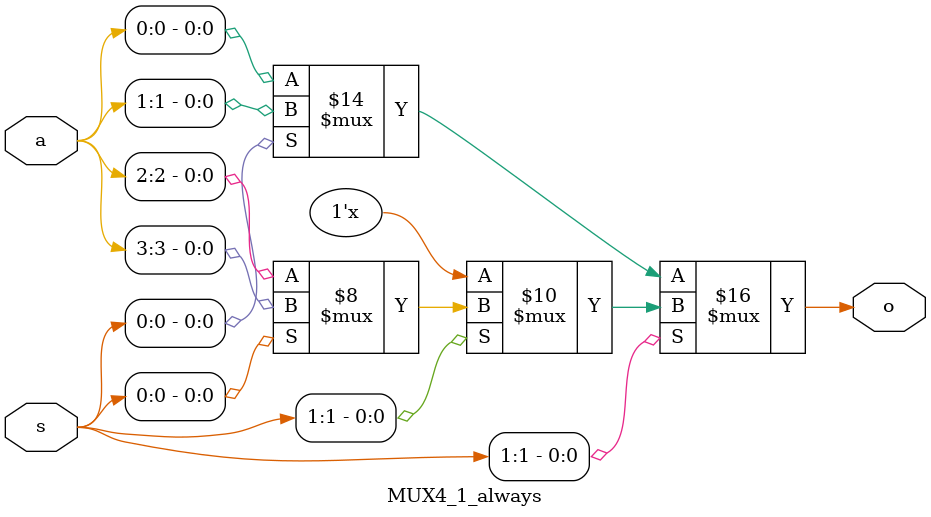
<source format=v>
`timescale 1ns / 1ps
module MUX4_1_always(a,s,o);
	input [3:0] a;
	input [1:0]s;
	output reg o;
	always @(s or a ) // dar always mitavaan beyne shoroot "," gharar dad va shoroot baa ham or mishavad.
	  if(s[1]==0)
	  if(s[0]==0)
	  o <= a[0];
	  else//(s[0]==1)
	  o <= a[1];
	  
	  else
	  if(s[1]==1)
	  if(s[0]==0)
	  o <= a[2];
	  else//(s[0]==1)
	  o <= a[3];
	  else
	  o <= o;
endmodule
	  
</source>
